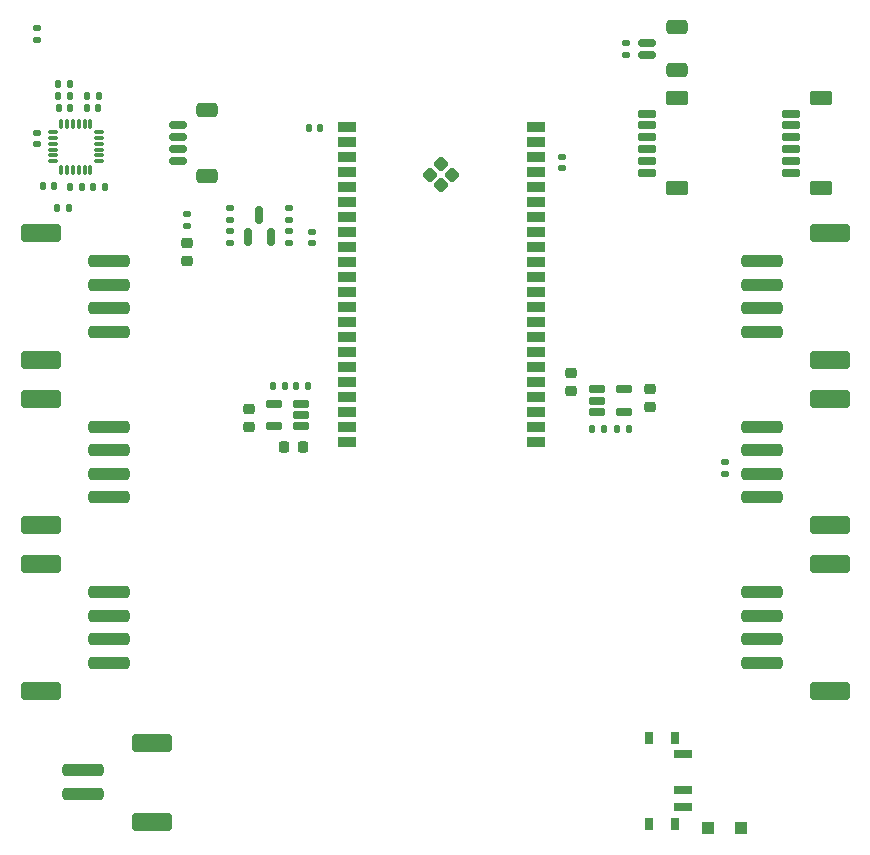
<source format=gbr>
%TF.GenerationSoftware,KiCad,Pcbnew,(6.0.7)*%
%TF.CreationDate,2022-10-18T10:08:25+03:00*%
%TF.ProjectId,TL-Node Rev.0,544c2d4e-6f64-4652-9052-65762e302e6b,rev?*%
%TF.SameCoordinates,Original*%
%TF.FileFunction,Paste,Top*%
%TF.FilePolarity,Positive*%
%FSLAX46Y46*%
G04 Gerber Fmt 4.6, Leading zero omitted, Abs format (unit mm)*
G04 Created by KiCad (PCBNEW (6.0.7)) date 2022-10-18 10:08:25*
%MOMM*%
%LPD*%
G01*
G04 APERTURE LIST*
G04 Aperture macros list*
%AMRoundRect*
0 Rectangle with rounded corners*
0 $1 Rounding radius*
0 $2 $3 $4 $5 $6 $7 $8 $9 X,Y pos of 4 corners*
0 Add a 4 corners polygon primitive as box body*
4,1,4,$2,$3,$4,$5,$6,$7,$8,$9,$2,$3,0*
0 Add four circle primitives for the rounded corners*
1,1,$1+$1,$2,$3*
1,1,$1+$1,$4,$5*
1,1,$1+$1,$6,$7*
1,1,$1+$1,$8,$9*
0 Add four rect primitives between the rounded corners*
20,1,$1+$1,$2,$3,$4,$5,0*
20,1,$1+$1,$4,$5,$6,$7,0*
20,1,$1+$1,$6,$7,$8,$9,0*
20,1,$1+$1,$8,$9,$2,$3,0*%
G04 Aperture macros list end*
%ADD10RoundRect,0.135000X-0.135000X-0.185000X0.135000X-0.185000X0.135000X0.185000X-0.135000X0.185000X0*%
%ADD11RoundRect,0.135000X0.135000X0.185000X-0.135000X0.185000X-0.135000X-0.185000X0.135000X-0.185000X0*%
%ADD12RoundRect,0.060000X0.602500X0.240000X-0.602500X0.240000X-0.602500X-0.240000X0.602500X-0.240000X0*%
%ADD13RoundRect,0.225000X-0.225000X-0.250000X0.225000X-0.250000X0.225000X0.250000X-0.225000X0.250000X0*%
%ADD14RoundRect,0.225000X0.250000X-0.225000X0.250000X0.225000X-0.250000X0.225000X-0.250000X-0.225000X0*%
%ADD15RoundRect,0.060000X-0.715000X0.240000X-0.715000X-0.240000X0.715000X-0.240000X0.715000X0.240000X0*%
%ADD16RoundRect,0.120000X-0.780000X0.480000X-0.780000X-0.480000X0.780000X-0.480000X0.780000X0.480000X0*%
%ADD17RoundRect,0.150000X0.150000X-0.587500X0.150000X0.587500X-0.150000X0.587500X-0.150000X-0.587500X0*%
%ADD18RoundRect,0.150000X-0.625000X0.150000X-0.625000X-0.150000X0.625000X-0.150000X0.625000X0.150000X0*%
%ADD19RoundRect,0.250000X-0.650000X0.350000X-0.650000X-0.350000X0.650000X-0.350000X0.650000X0.350000X0*%
%ADD20RoundRect,0.135000X-0.185000X0.135000X-0.185000X-0.135000X0.185000X-0.135000X0.185000X0.135000X0*%
%ADD21RoundRect,0.250000X-1.500000X0.250000X-1.500000X-0.250000X1.500000X-0.250000X1.500000X0.250000X0*%
%ADD22RoundRect,0.250001X-1.449999X0.499999X-1.449999X-0.499999X1.449999X-0.499999X1.449999X0.499999X0*%
%ADD23RoundRect,0.140000X0.140000X0.170000X-0.140000X0.170000X-0.140000X-0.170000X0.140000X-0.170000X0*%
%ADD24R,1.100000X1.100000*%
%ADD25RoundRect,0.135000X0.185000X-0.135000X0.185000X0.135000X-0.185000X0.135000X-0.185000X-0.135000X0*%
%ADD26RoundRect,0.225000X-0.250000X0.225000X-0.250000X-0.225000X0.250000X-0.225000X0.250000X0.225000X0*%
%ADD27RoundRect,0.234375X-1.465625X0.515625X-1.465625X-0.515625X1.465625X-0.515625X1.465625X0.515625X0*%
%ADD28RoundRect,0.075000X0.350000X0.075000X-0.350000X0.075000X-0.350000X-0.075000X0.350000X-0.075000X0*%
%ADD29RoundRect,0.075000X-0.075000X0.350000X-0.075000X-0.350000X0.075000X-0.350000X0.075000X0.350000X0*%
%ADD30RoundRect,0.090000X-0.660000X-0.360000X0.660000X-0.360000X0.660000X0.360000X-0.660000X0.360000X0*%
%ADD31RoundRect,0.090500X-0.659500X-0.362000X0.659500X-0.362000X0.659500X0.362000X-0.659500X0.362000X0*%
%ADD32RoundRect,0.100000X0.000000X-0.565685X0.565685X0.000000X0.000000X0.565685X-0.565685X0.000000X0*%
%ADD33RoundRect,0.140000X-0.140000X-0.170000X0.140000X-0.170000X0.140000X0.170000X-0.140000X0.170000X0*%
%ADD34RoundRect,0.140000X0.170000X-0.140000X0.170000X0.140000X-0.170000X0.140000X-0.170000X-0.140000X0*%
%ADD35RoundRect,0.140000X-0.170000X0.140000X-0.170000X-0.140000X0.170000X-0.140000X0.170000X0.140000X0*%
%ADD36RoundRect,0.250000X1.500000X-0.250000X1.500000X0.250000X-1.500000X0.250000X-1.500000X-0.250000X0*%
%ADD37RoundRect,0.250001X1.449999X-0.499999X1.449999X0.499999X-1.449999X0.499999X-1.449999X-0.499999X0*%
%ADD38RoundRect,0.060000X-0.602500X-0.240000X0.602500X-0.240000X0.602500X0.240000X-0.602500X0.240000X0*%
%ADD39R,0.800000X1.000000*%
%ADD40R,1.500000X0.700000*%
G04 APERTURE END LIST*
D10*
%TO.C,R8*%
X86240000Y-84525000D03*
X87260000Y-84525000D03*
%TD*%
D11*
%TO.C,R14*%
X72060000Y-67700000D03*
X71040000Y-67700000D03*
%TD*%
D12*
%TO.C,U2*%
X88637500Y-87975000D03*
X88637500Y-87025000D03*
X88637500Y-86075000D03*
X86362500Y-86075000D03*
X86362500Y-87975000D03*
%TD*%
D13*
%TO.C,C5*%
X87225000Y-89750000D03*
X88775000Y-89750000D03*
%TD*%
D14*
%TO.C,C8*%
X118200000Y-86375000D03*
X118200000Y-84825000D03*
%TD*%
D15*
%TO.C,J2*%
X130125000Y-61500000D03*
X130125000Y-62500000D03*
X130125000Y-63500000D03*
X130125000Y-64500000D03*
X130125000Y-65500000D03*
X130125000Y-66500000D03*
D16*
X132650000Y-60200000D03*
X132650000Y-67800000D03*
%TD*%
D17*
%TO.C,Q1*%
X84155000Y-71990000D03*
X86055000Y-71990000D03*
X85105000Y-70115000D03*
%TD*%
D18*
%TO.C,BZ1*%
X117925000Y-55500000D03*
X117925000Y-56500000D03*
D19*
X120450000Y-54200000D03*
X120450000Y-57800000D03*
%TD*%
D20*
%TO.C,R5*%
X87605000Y-69480000D03*
X87605000Y-70500000D03*
%TD*%
D15*
%TO.C,J3*%
X117925000Y-61500000D03*
X117925000Y-62500000D03*
X117925000Y-63500000D03*
X117925000Y-64500000D03*
X117925000Y-65500000D03*
X117925000Y-66500000D03*
D16*
X120450000Y-60200000D03*
X120450000Y-67800000D03*
%TD*%
D21*
%TO.C,J7*%
X72350000Y-102000000D03*
X72350000Y-104000000D03*
X72350000Y-106000000D03*
X72350000Y-108000000D03*
D22*
X66600000Y-110350000D03*
X66600000Y-99650000D03*
%TD*%
D23*
%TO.C,C12*%
X67740000Y-67600000D03*
X66780000Y-67600000D03*
%TD*%
D24*
%TO.C,D1*%
X123100000Y-122000000D03*
X125900000Y-122000000D03*
%TD*%
D11*
%TO.C,R16*%
X69110000Y-60000000D03*
X68090000Y-60000000D03*
%TD*%
D25*
%TO.C,R4*%
X82605000Y-72500000D03*
X82605000Y-71480000D03*
%TD*%
D26*
%TO.C,C6*%
X84250000Y-86500000D03*
X84250000Y-88050000D03*
%TD*%
D25*
%TO.C,R1*%
X66250000Y-55260000D03*
X66250000Y-54240000D03*
%TD*%
D21*
%TO.C,J4*%
X70150000Y-117100000D03*
X70150000Y-119100000D03*
D27*
X76000000Y-114750000D03*
X76000000Y-121450000D03*
%TD*%
D20*
%TO.C,R3*%
X79000000Y-70029088D03*
X79000000Y-71049088D03*
%TD*%
D23*
%TO.C,C1*%
X90230000Y-62750000D03*
X89270000Y-62750000D03*
%TD*%
D21*
%TO.C,J6*%
X72350000Y-88000000D03*
X72350000Y-90000000D03*
X72350000Y-92000000D03*
X72350000Y-94000000D03*
D22*
X66600000Y-96350000D03*
X66600000Y-85650000D03*
%TD*%
D28*
%TO.C,U4*%
X71500000Y-65550000D03*
X71500000Y-65050000D03*
X71500000Y-64550000D03*
X71500000Y-64050000D03*
X71500000Y-63550000D03*
X71500000Y-63050000D03*
D29*
X70800000Y-62350000D03*
X70300000Y-62350000D03*
X69800000Y-62350000D03*
X69300000Y-62350000D03*
X68800000Y-62350000D03*
X68300000Y-62350000D03*
D28*
X67600000Y-63050000D03*
X67600000Y-63550000D03*
X67600000Y-64050000D03*
X67600000Y-64550000D03*
X67600000Y-65050000D03*
X67600000Y-65550000D03*
D29*
X68300000Y-66250000D03*
X68800000Y-66250000D03*
X69300000Y-66250000D03*
X69800000Y-66250000D03*
X70300000Y-66250000D03*
X70800000Y-66250000D03*
%TD*%
D30*
%TO.C,U1*%
X92500000Y-62665000D03*
X92500000Y-63935000D03*
X92500000Y-65205000D03*
D31*
X92500000Y-66475000D03*
D30*
X92500000Y-67745000D03*
X92500000Y-69015000D03*
X92500000Y-70285000D03*
D31*
X92500000Y-71555000D03*
D30*
X92500000Y-72825000D03*
X92500000Y-74095000D03*
X92500000Y-75365000D03*
D31*
X92500000Y-76635000D03*
D30*
X92500000Y-77905000D03*
X92500000Y-79175000D03*
X92500000Y-80445000D03*
D31*
X92500000Y-81715000D03*
D30*
X92500000Y-82985000D03*
X92500000Y-84255000D03*
X92500000Y-85525000D03*
D31*
X92500000Y-86795000D03*
D30*
X92500000Y-88065000D03*
X92500000Y-89335000D03*
X108500000Y-89335000D03*
X108500000Y-88065000D03*
D31*
X108500000Y-86795000D03*
D30*
X108500000Y-85525000D03*
X108500000Y-84225000D03*
X108500000Y-82985000D03*
D31*
X108500000Y-81715000D03*
D30*
X108500000Y-80445000D03*
X108500000Y-79175000D03*
X108500000Y-77905000D03*
D31*
X108500000Y-76635000D03*
D30*
X108500000Y-75365000D03*
X108500000Y-74095000D03*
X108500000Y-72825000D03*
D31*
X108500000Y-71555000D03*
D30*
X108500000Y-70283000D03*
X108500000Y-69015000D03*
X108500000Y-67745000D03*
D31*
X108500000Y-66475000D03*
D30*
X108500000Y-65205000D03*
X108500000Y-63935000D03*
X108500000Y-62665000D03*
D32*
X100500000Y-67584239D03*
X100500000Y-65745761D03*
X101419239Y-66665000D03*
X99580761Y-66665000D03*
%TD*%
D23*
%TO.C,C11*%
X69080000Y-61000000D03*
X68120000Y-61000000D03*
%TD*%
D10*
%TO.C,R13*%
X69040000Y-67700000D03*
X70060000Y-67700000D03*
%TD*%
D33*
%TO.C,C9*%
X70520000Y-61000000D03*
X71480000Y-61000000D03*
%TD*%
D34*
%TO.C,C2*%
X110750000Y-66130000D03*
X110750000Y-65170000D03*
%TD*%
%TO.C,C4*%
X82655000Y-70470000D03*
X82655000Y-69510000D03*
%TD*%
D35*
%TO.C,C3*%
X89600000Y-71520000D03*
X89600000Y-72480000D03*
%TD*%
D11*
%TO.C,R12*%
X69010000Y-69500000D03*
X67990000Y-69500000D03*
%TD*%
D35*
%TO.C,C10*%
X66260000Y-63120000D03*
X66260000Y-64080000D03*
%TD*%
D11*
%TO.C,R15*%
X69110000Y-59000000D03*
X68090000Y-59000000D03*
%TD*%
D21*
%TO.C,J5*%
X72350000Y-74000000D03*
X72350000Y-76000000D03*
X72350000Y-78000000D03*
X72350000Y-80000000D03*
D22*
X66600000Y-71650000D03*
X66600000Y-82350000D03*
%TD*%
D36*
%TO.C,J10*%
X127650000Y-108000000D03*
X127650000Y-106000000D03*
X127650000Y-104000000D03*
X127650000Y-102000000D03*
D37*
X133400000Y-110350000D03*
X133400000Y-99650000D03*
%TD*%
D36*
%TO.C,J8*%
X127650000Y-80000000D03*
X127650000Y-78000000D03*
X127650000Y-76000000D03*
X127650000Y-74000000D03*
D37*
X133400000Y-71650000D03*
X133400000Y-82350000D03*
%TD*%
D11*
%TO.C,R7*%
X89260000Y-84550000D03*
X88240000Y-84550000D03*
%TD*%
D36*
%TO.C,J9*%
X127650000Y-94000000D03*
X127650000Y-92000000D03*
X127650000Y-90000000D03*
X127650000Y-88000000D03*
D37*
X133400000Y-85650000D03*
X133400000Y-96350000D03*
%TD*%
D11*
%TO.C,R10*%
X116372500Y-88200000D03*
X115352500Y-88200000D03*
%TD*%
D20*
%TO.C,R6*%
X87605000Y-71480000D03*
X87605000Y-72500000D03*
%TD*%
D26*
%TO.C,D2*%
X79000000Y-72472500D03*
X79000000Y-74022500D03*
%TD*%
D38*
%TO.C,U3*%
X113725000Y-84850000D03*
X113725000Y-85800000D03*
X113725000Y-86750000D03*
X116000000Y-86750000D03*
X116000000Y-84850000D03*
%TD*%
D10*
%TO.C,R9*%
X113290000Y-88200000D03*
X114310000Y-88200000D03*
%TD*%
D25*
%TO.C,R17*%
X124500000Y-92020000D03*
X124500000Y-91000000D03*
%TD*%
D39*
%TO.C,SW1*%
X118070000Y-121650000D03*
X118070000Y-114350000D03*
X120280000Y-114350000D03*
X120280000Y-121650000D03*
D40*
X120930000Y-115750000D03*
X120930000Y-118750000D03*
X120930000Y-120250000D03*
%TD*%
D25*
%TO.C,R2*%
X116150000Y-56510000D03*
X116150000Y-55490000D03*
%TD*%
D18*
%TO.C,J1*%
X78175000Y-62500000D03*
X78175000Y-63500000D03*
X78175000Y-64500000D03*
X78175000Y-65500000D03*
D19*
X80700000Y-61200000D03*
X80700000Y-66800000D03*
%TD*%
D11*
%TO.C,R11*%
X71510000Y-60000000D03*
X70490000Y-60000000D03*
%TD*%
D26*
%TO.C,C7*%
X111500000Y-83425000D03*
X111500000Y-84975000D03*
%TD*%
M02*

</source>
